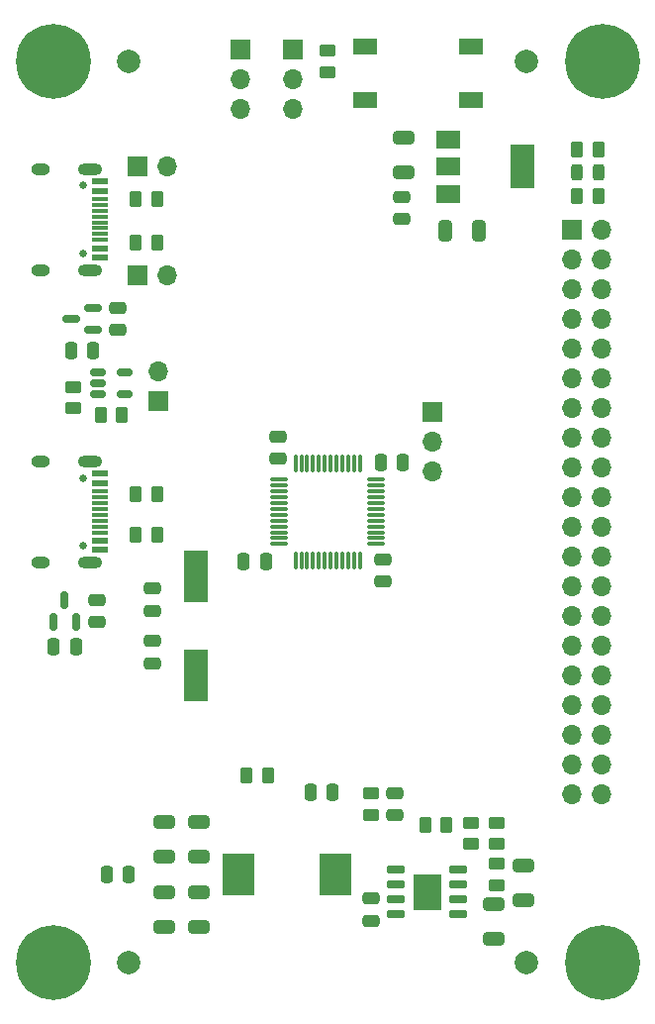
<source format=gts>
%TF.GenerationSoftware,KiCad,Pcbnew,6.0.2+dfsg-1*%
%TF.CreationDate,2025-09-20T14:23:44+02:00*%
%TF.ProjectId,Alchemy,416c6368-656d-4792-9e6b-696361645f70,rev?*%
%TF.SameCoordinates,Original*%
%TF.FileFunction,Soldermask,Top*%
%TF.FilePolarity,Negative*%
%FSLAX46Y46*%
G04 Gerber Fmt 4.6, Leading zero omitted, Abs format (unit mm)*
G04 Created by KiCad (PCBNEW 6.0.2+dfsg-1) date 2025-09-20 14:23:44*
%MOMM*%
%LPD*%
G01*
G04 APERTURE LIST*
G04 Aperture macros list*
%AMRoundRect*
0 Rectangle with rounded corners*
0 $1 Rounding radius*
0 $2 $3 $4 $5 $6 $7 $8 $9 X,Y pos of 4 corners*
0 Add a 4 corners polygon primitive as box body*
4,1,4,$2,$3,$4,$5,$6,$7,$8,$9,$2,$3,0*
0 Add four circle primitives for the rounded corners*
1,1,$1+$1,$2,$3*
1,1,$1+$1,$4,$5*
1,1,$1+$1,$6,$7*
1,1,$1+$1,$8,$9*
0 Add four rect primitives between the rounded corners*
20,1,$1+$1,$2,$3,$4,$5,0*
20,1,$1+$1,$4,$5,$6,$7,0*
20,1,$1+$1,$6,$7,$8,$9,0*
20,1,$1+$1,$8,$9,$2,$3,0*%
G04 Aperture macros list end*
%ADD10RoundRect,0.250000X-0.475000X0.250000X-0.475000X-0.250000X0.475000X-0.250000X0.475000X0.250000X0*%
%ADD11C,0.650000*%
%ADD12R,1.450000X0.600000*%
%ADD13R,1.450000X0.300000*%
%ADD14O,1.600000X1.000000*%
%ADD15O,2.100000X1.000000*%
%ADD16RoundRect,0.243750X0.243750X0.456250X-0.243750X0.456250X-0.243750X-0.456250X0.243750X-0.456250X0*%
%ADD17C,2.000000*%
%ADD18R,2.100000X1.400000*%
%ADD19RoundRect,0.250000X-0.262500X-0.450000X0.262500X-0.450000X0.262500X0.450000X-0.262500X0.450000X0*%
%ADD20R,1.700000X1.700000*%
%ADD21O,1.700000X1.700000*%
%ADD22C,6.400000*%
%ADD23RoundRect,0.250000X0.475000X-0.250000X0.475000X0.250000X-0.475000X0.250000X-0.475000X-0.250000X0*%
%ADD24RoundRect,0.250000X0.262500X0.450000X-0.262500X0.450000X-0.262500X-0.450000X0.262500X-0.450000X0*%
%ADD25R,2.700000X3.600000*%
%ADD26RoundRect,0.250000X-0.650000X0.325000X-0.650000X-0.325000X0.650000X-0.325000X0.650000X0.325000X0*%
%ADD27RoundRect,0.250000X-0.450000X0.262500X-0.450000X-0.262500X0.450000X-0.262500X0.450000X0.262500X0*%
%ADD28RoundRect,0.250000X0.250000X0.475000X-0.250000X0.475000X-0.250000X-0.475000X0.250000X-0.475000X0*%
%ADD29RoundRect,0.250000X0.650000X-0.325000X0.650000X0.325000X-0.650000X0.325000X-0.650000X-0.325000X0*%
%ADD30RoundRect,0.250000X-0.250000X-0.475000X0.250000X-0.475000X0.250000X0.475000X-0.250000X0.475000X0*%
%ADD31RoundRect,0.250000X0.450000X-0.262500X0.450000X0.262500X-0.450000X0.262500X-0.450000X-0.262500X0*%
%ADD32RoundRect,0.150000X0.587500X0.150000X-0.587500X0.150000X-0.587500X-0.150000X0.587500X-0.150000X0*%
%ADD33RoundRect,0.075000X-0.662500X-0.075000X0.662500X-0.075000X0.662500X0.075000X-0.662500X0.075000X0*%
%ADD34RoundRect,0.075000X-0.075000X-0.662500X0.075000X-0.662500X0.075000X0.662500X-0.075000X0.662500X0*%
%ADD35R,2.000000X1.500000*%
%ADD36R,2.000000X3.800000*%
%ADD37RoundRect,0.150000X-0.512500X-0.150000X0.512500X-0.150000X0.512500X0.150000X-0.512500X0.150000X0*%
%ADD38R,2.000000X4.500000*%
%ADD39RoundRect,0.150000X0.650000X0.150000X-0.650000X0.150000X-0.650000X-0.150000X0.650000X-0.150000X0*%
%ADD40R,2.410000X3.100000*%
%ADD41RoundRect,0.150000X0.150000X-0.587500X0.150000X0.587500X-0.150000X0.587500X-0.150000X-0.587500X0*%
%ADD42RoundRect,0.250000X-0.325000X-0.650000X0.325000X-0.650000X0.325000X0.650000X-0.325000X0.650000X0*%
G04 APERTURE END LIST*
D10*
X154250000Y-101550000D03*
X154250000Y-103450000D03*
X131500000Y-80050000D03*
X131500000Y-81950000D03*
D11*
X128600000Y-75390000D03*
X128600000Y-69610000D03*
D12*
X130045000Y-69250000D03*
X130045000Y-70050000D03*
D13*
X130045000Y-71250000D03*
X130045000Y-72250000D03*
X130045000Y-72750000D03*
X130045000Y-73750000D03*
D12*
X130045000Y-74950000D03*
X130045000Y-75750000D03*
X130045000Y-75750000D03*
X130045000Y-74950000D03*
D13*
X130045000Y-74250000D03*
X130045000Y-73250000D03*
X130045000Y-71750000D03*
X130045000Y-70750000D03*
D12*
X130045000Y-70050000D03*
X130045000Y-69250000D03*
D14*
X124950000Y-76820000D03*
D15*
X129130000Y-68180000D03*
X129130000Y-76820000D03*
D14*
X124950000Y-68180000D03*
D16*
X172687500Y-68500000D03*
X170812500Y-68500000D03*
D17*
X132500000Y-136000000D03*
D18*
X161800000Y-62250000D03*
X152700000Y-62250000D03*
X161800000Y-57750000D03*
X152700000Y-57750000D03*
D19*
X133087500Y-99500000D03*
X134912500Y-99500000D03*
D20*
X133210000Y-68000000D03*
D21*
X135750000Y-68000000D03*
D22*
X126000000Y-136000000D03*
D19*
X133087500Y-96000000D03*
X134912500Y-96000000D03*
D23*
X155250000Y-123450000D03*
X155250000Y-121550000D03*
D24*
X172662500Y-66500000D03*
X170837500Y-66500000D03*
D25*
X150150000Y-128500000D03*
X141850000Y-128500000D03*
D26*
X138500000Y-124025000D03*
X138500000Y-126975000D03*
D27*
X161750000Y-124087500D03*
X161750000Y-125912500D03*
D20*
X170420000Y-73370000D03*
D21*
X172960000Y-73370000D03*
X170420000Y-75910000D03*
X172960000Y-75910000D03*
X170420000Y-78450000D03*
X172960000Y-78450000D03*
X170420000Y-80990000D03*
X172960000Y-80990000D03*
X170420000Y-83530000D03*
X172960000Y-83530000D03*
X170420000Y-86070000D03*
X172960000Y-86070000D03*
X170420000Y-88610000D03*
X172960000Y-88610000D03*
X170420000Y-91150000D03*
X172960000Y-91150000D03*
X170420000Y-93690000D03*
X172960000Y-93690000D03*
X170420000Y-96230000D03*
X172960000Y-96230000D03*
X170420000Y-98770000D03*
X172960000Y-98770000D03*
X170420000Y-101310000D03*
X172960000Y-101310000D03*
X170420000Y-103850000D03*
X172960000Y-103850000D03*
X170420000Y-106390000D03*
X172960000Y-106390000D03*
X170420000Y-108930000D03*
X172960000Y-108930000D03*
X170420000Y-111470000D03*
X172960000Y-111470000D03*
X170420000Y-114010000D03*
X172960000Y-114010000D03*
X170420000Y-116550000D03*
X172960000Y-116550000D03*
X170420000Y-119090000D03*
X172960000Y-119090000D03*
X170420000Y-121630000D03*
X172960000Y-121630000D03*
D28*
X149950000Y-121500000D03*
X148050000Y-121500000D03*
D10*
X134500000Y-104050000D03*
X134500000Y-105950000D03*
D29*
X138500000Y-132975000D03*
X138500000Y-130025000D03*
D30*
X127550000Y-83750000D03*
X129450000Y-83750000D03*
D17*
X166500000Y-136000000D03*
D27*
X164000000Y-127587500D03*
X164000000Y-129412500D03*
D24*
X144412500Y-120000000D03*
X142587500Y-120000000D03*
D20*
X135000000Y-88025000D03*
D21*
X135000000Y-85485000D03*
D20*
X133225000Y-77250000D03*
D21*
X135765000Y-77250000D03*
D29*
X135500000Y-132975000D03*
X135500000Y-130025000D03*
D19*
X133087500Y-74500000D03*
X134912500Y-74500000D03*
D20*
X142000000Y-57975000D03*
D21*
X142000000Y-60515000D03*
X142000000Y-63055000D03*
D31*
X153250000Y-123412500D03*
X153250000Y-121587500D03*
D20*
X146500000Y-57960000D03*
D21*
X146500000Y-60500000D03*
X146500000Y-63040000D03*
D28*
X127950000Y-109000000D03*
X126050000Y-109000000D03*
D17*
X132500000Y-59000000D03*
D32*
X129437500Y-81950000D03*
X129437500Y-80050000D03*
X127562500Y-81000000D03*
D10*
X155875000Y-70550000D03*
X155875000Y-72450000D03*
D23*
X145250000Y-92950000D03*
X145250000Y-91050000D03*
D31*
X127750000Y-88662500D03*
X127750000Y-86837500D03*
D19*
X170837500Y-70500000D03*
X172662500Y-70500000D03*
D27*
X149500000Y-58087500D03*
X149500000Y-59912500D03*
D11*
X128600000Y-100390000D03*
X128600000Y-94610000D03*
D12*
X130045000Y-94250000D03*
X130045000Y-95050000D03*
D13*
X130045000Y-96250000D03*
X130045000Y-97250000D03*
X130045000Y-97750000D03*
X130045000Y-98750000D03*
D12*
X130045000Y-99950000D03*
X130045000Y-100750000D03*
X130045000Y-100750000D03*
X130045000Y-99950000D03*
D13*
X130045000Y-99250000D03*
X130045000Y-98250000D03*
X130045000Y-96750000D03*
X130045000Y-95750000D03*
D12*
X130045000Y-95050000D03*
X130045000Y-94250000D03*
D14*
X124950000Y-93180000D03*
X124950000Y-101820000D03*
D15*
X129130000Y-101820000D03*
X129130000Y-93180000D03*
D26*
X135500000Y-124025000D03*
X135500000Y-126975000D03*
D29*
X156000000Y-68475000D03*
X156000000Y-65525000D03*
D33*
X145337500Y-94750000D03*
X145337500Y-95250000D03*
X145337500Y-95750000D03*
X145337500Y-96250000D03*
X145337500Y-96750000D03*
X145337500Y-97250000D03*
X145337500Y-97750000D03*
X145337500Y-98250000D03*
X145337500Y-98750000D03*
X145337500Y-99250000D03*
X145337500Y-99750000D03*
X145337500Y-100250000D03*
D34*
X146750000Y-101662500D03*
X147250000Y-101662500D03*
X147750000Y-101662500D03*
X148250000Y-101662500D03*
X148750000Y-101662500D03*
X149250000Y-101662500D03*
X149750000Y-101662500D03*
X150250000Y-101662500D03*
X150750000Y-101662500D03*
X151250000Y-101662500D03*
X151750000Y-101662500D03*
X152250000Y-101662500D03*
D33*
X153662500Y-100250000D03*
X153662500Y-99750000D03*
X153662500Y-99250000D03*
X153662500Y-98750000D03*
X153662500Y-98250000D03*
X153662500Y-97750000D03*
X153662500Y-97250000D03*
X153662500Y-96750000D03*
X153662500Y-96250000D03*
X153662500Y-95750000D03*
X153662500Y-95250000D03*
X153662500Y-94750000D03*
D34*
X152250000Y-93337500D03*
X151750000Y-93337500D03*
X151250000Y-93337500D03*
X150750000Y-93337500D03*
X150250000Y-93337500D03*
X149750000Y-93337500D03*
X149250000Y-93337500D03*
X148750000Y-93337500D03*
X148250000Y-93337500D03*
X147750000Y-93337500D03*
X147250000Y-93337500D03*
X146750000Y-93337500D03*
D30*
X130600000Y-128500000D03*
X132500000Y-128500000D03*
D35*
X159850000Y-65700000D03*
X159850000Y-68000000D03*
D36*
X166150000Y-68000000D03*
D35*
X159850000Y-70300000D03*
D23*
X134500000Y-110450000D03*
X134500000Y-108550000D03*
D10*
X129750000Y-105050000D03*
X129750000Y-106950000D03*
D24*
X159662500Y-124250000D03*
X157837500Y-124250000D03*
D22*
X173000000Y-59000000D03*
D37*
X129862500Y-85550000D03*
X129862500Y-86500000D03*
X129862500Y-87450000D03*
X132137500Y-87450000D03*
X132137500Y-85550000D03*
D27*
X164000000Y-124087500D03*
X164000000Y-125912500D03*
D24*
X131912500Y-89250000D03*
X130087500Y-89250000D03*
D38*
X138250000Y-103000000D03*
X138250000Y-111500000D03*
D10*
X153250000Y-130550000D03*
X153250000Y-132450000D03*
D22*
X173000000Y-136000000D03*
D39*
X160650000Y-131905000D03*
X160650000Y-130635000D03*
X160650000Y-129365000D03*
X160650000Y-128095000D03*
X155350000Y-128095000D03*
X155350000Y-129365000D03*
X155350000Y-130635000D03*
X155350000Y-131905000D03*
D40*
X158000000Y-130000000D03*
D19*
X133087500Y-70750000D03*
X134912500Y-70750000D03*
D41*
X126050000Y-106937500D03*
X127950000Y-106937500D03*
X127000000Y-105062500D03*
D28*
X144200000Y-101750000D03*
X142300000Y-101750000D03*
D26*
X166250000Y-127775000D03*
X166250000Y-130725000D03*
D22*
X126000000Y-59000000D03*
D30*
X154050000Y-93250000D03*
X155950000Y-93250000D03*
D29*
X163750000Y-133975000D03*
X163750000Y-131025000D03*
D20*
X158500000Y-88960000D03*
D21*
X158500000Y-91500000D03*
X158500000Y-94040000D03*
D42*
X159525000Y-73500000D03*
X162475000Y-73500000D03*
D17*
X166500000Y-59000000D03*
M02*

</source>
